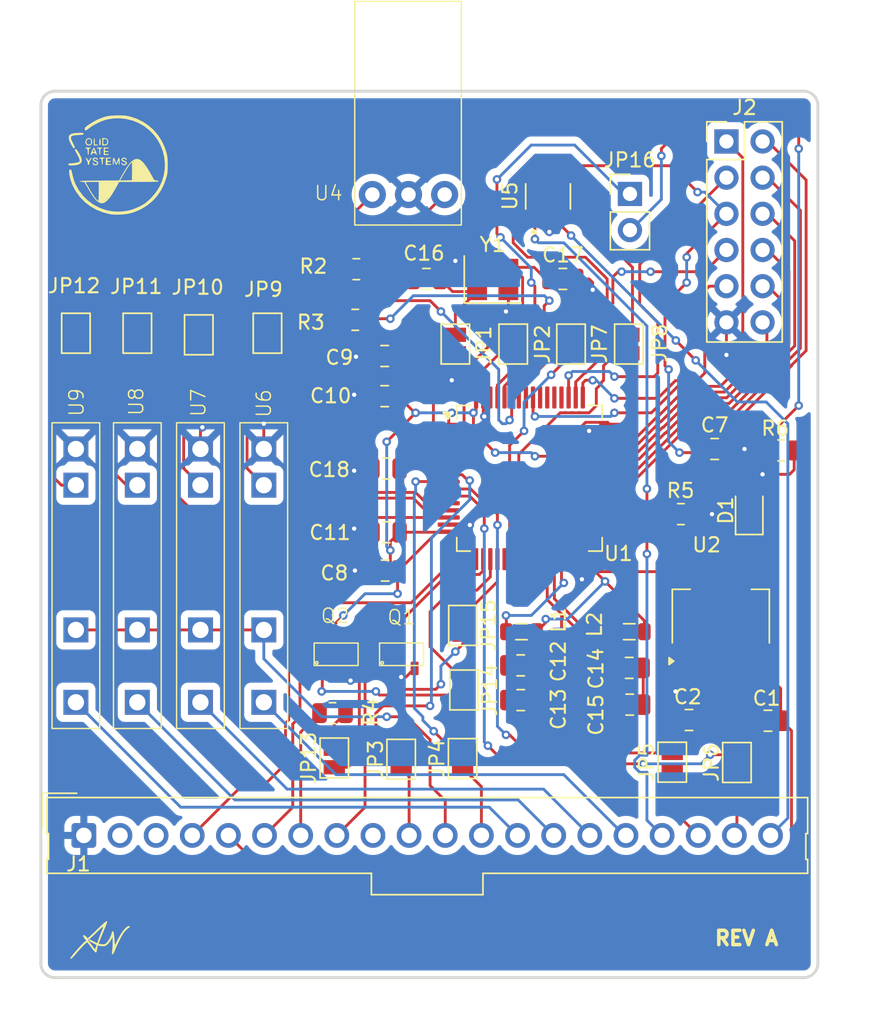
<source format=kicad_pcb>
(kicad_pcb (version 20241229) (generator "pcbnew") (generator_version "9.0")
  (layers (0 "F.Cu" signal) (2 "B.Cu" signal) (13 "F.Paste" user) (15 "B.Paste" user) (5 "F.SilkS" user "F.Silkscreen") (7 "B.SilkS" user "B.Silkscreen") (1 "F.Mask" user) (3 "B.Mask" user) (25 "Edge.Cuts" user))
  (net 0 "")
  (net 1 "+5V")
  (net 2 "GND")
  (net 3 "VDD")
  (net 4 "GNDA")
  (net 5 "VDDA")
  (net 6 "VREF+")
  (net 7 "S3")
  (net 8 "DEMAG_MOSFET")
  (net 9 "MAG_MOSFET")
  (net 10 "S1")
  (net 11 "LED_RED")
  (net 12 "ACIN2")
  (net 13 "LED_GREEN")
  (net 14 "S2")
  (net 15 "MACHINE_LED")
  (net 23 "SPRAY_TIME{slash}S5")
  (net 24 "SIG_OILER")
  (net 26 "TEMP_SENS1")
  (net 28 "AC1{slash}OVERHEAT_LED")
  (net 29 "SIG_CLAMP")
  (net 30 "SIG_SOLENOID2")
  (net 32 "TEMP_SENS2")
  (net 34 "SIG_SOLENOID1")
  (net 38 "MAG_IN")
  (net 43 "DEMAG_IN")
  (net 44 "AC3")
  (net 45 "AC4")
  (net 46 "S4")
  (net 47 "ACIN1")
  (net 48 "AC5")
  (net 49 "AC2")
  (net 50 "Net-(U4-A1)")
  (net 51 "Net-(U4-A2)")
  (net 52 "AC_COMMON")
  (net 53 "TRIGGER1")
  (net 54 "TRIGGER2")
  (net 55 "SWCLK")
  (net 56 "SWDIO")
  (net 57 "Net-(JP2-A)")
  (net 58 "Net-(JP2-B)")
  (net 60 "PC8")
  (net 61 "PC9")
  (net 62 "PA11")
  (net 63 "PA12")
  (net 64 "PC7")
  (net 65 "PA10")
  (net 66 "Net-(D1-K)")
  (net 67 "JTDO")
  (net 68 "JTDI")
  (net 69 "Net-(JP3-B)")
  (net 70 "Net-(JP4-B)")
  (net 71 "Net-(JP5-B)")
  (net 72 "Net-(JP6-B)")
  (net 73 "Net-(JP7-B)")
  (net 74 "Net-(JP8-B)")
  (net 75 "Net-(JP9-A)")
  (net 76 "Net-(JP10-A)")
  (net 77 "Net-(JP11-A)")
  (net 78 "Net-(JP12-A)")
  (net 79 "Net-(JP13-A)")
  (net 80 "Net-(JP14-A)")
  (net 81 "Net-(JP15-A)")
  (net 84 "/NRST")
  (net 85 "Net-(JP1-A)")
  (net 86 "Net-(JP16-A)")
  (net 87 "Net-(JP16-B)")
  (net 90 "Net-(JP1-B)")
  (footprint "Connector_PinHeader_2.54mm:PinHeader_1x02_P2.54mm_Vertical" (layer "F.Cu") (at 177.3682 75.311)
    (property "Reference" "JP16")
    (property "Value" "Jumper_2_Open")
  )
  (footprint "Crystal:Crystal_SMD_3225-4Pin_3.2x2.5mm" (layer "F.Cu") (at 167.724 81.3172)
    (property "Reference" "Y1")
    (property "Value" "X322524MSB4SI")
  )
  (footprint "Capacitor_SMD:C_0805_2012Metric" (layer "F.Cu") (at 172.654 81.28)
    (property "Reference" "C17")
    (property "Value" "6.8p")
  )
  (footprint "Resistor_SMD:R_0805_2012Metric" (layer "F.Cu") (at 180.9515 97.79 180)
    (property "Reference" "R5")
    (property "Value" "1K")
  )
  (footprint "Jumper:SolderJumper-2_P1.3mm_Open_Pad1.0x1.5mm" (layer "F.Cu") (at 138.43 85.09 -90)
    (property "Reference" "JP12")
    (property "Value" "SolderJumper_2_Open" (hide yes))
  )
  (footprint "Resistor_SMD:R_0805_2012Metric" (layer "F.Cu") (at 187.9975 93.3196 180)
    (property "Reference" "R6")
    (property "Value" "10k")
  )
  (footprint "Jumper:SolderJumper-2_P1.3mm_Open_Pad1.0x1.5mm" (layer "F.Cu") (at 147.066 85.202 -90)
    (property "Reference" "JP10")
    (property "Value" "SolderJumper_2_Open" (hide yes))
  )
  (footprint "Capacitor_SMD:C_0805_2012Metric" (layer "F.Cu") (at 160.2232 94.5896)
    (property "Reference" "C18")
    (property "Value" "100n")
  )
  (footprint "Project_Lib:CPC1966YX6" (layer "F.Cu") (at 142.748 93.218 -90)
    (property "Reference" "U8")
    (property "Value" "CPC1966YX6" (hide yes))
  )
  (footprint "Jumper:SolderJumper-2_P1.3mm_Open_Pad1.0x1.5mm" (layer "F.Cu") (at 165.7096 110.1344 -90)
    (property "Reference" "JP14")
    (property "Value" "SolderJumper_2_Open" (hide yes))
  )
  (footprint "Project_Lib:CPC1966YX6" (layer "F.Cu") (at 147.1832 93.218 -90)
    (property "Reference" "U7")
    (property "Value" "CPC1966YX6" (hide yes))
  )
  (footprint "LOGO" (layer "F.Cu") (at 140.16671 127.566919)
    (property "Reference" "G***" (hide yes))
    (property "Value" "LOGO" (hide yes))
  )
  (footprint "Capacitor_SMD:C_0805_2012Metric" (layer "F.Cu") (at 181.5186 112.2426 180)
    (property "Reference" "C2")
    (property "Value" "22uF")
  )
  (footprint "Capacitor_SMD:C_0805_2012Metric" (layer "F.Cu") (at 160.2334 99.06 180)
    (property "Reference" "C11")
    (property "Value" "4.7u")
  )
  (footprint "Jumper:SolderJumper-2_P1.3mm_Open_Pad1.0x1.5mm" (layer "F.Cu") (at 177.292 85.852 -90)
    (property "Reference" "JP8")
    (property "Value" "SolderJumper_2_Open")
  )
  (footprint "LOGO" (layer "F.Cu") (at 141.4018 73.279)
    (property "Reference" "G***" (hide yes))
    (property "Value" "LOGO" (hide yes))
  )
  (footprint "Capacitor_SMD:C_0805_2012Metric" (layer "F.Cu") (at 160.1318 89.5096 180)
    (property "Reference" "C10")
    (property "Value" "100n")
  )
  (footprint "Project_Lib:NTR4003NT3G" (layer "F.Cu") (at 160.0454 109.0789)
    (property "Reference" "Q1")
    (property "Value" "CPC1966YX6" (hide yes))
  )
  (footprint "Jumper:SolderJumper-2_P1.3mm_Open_Pad1.0x1.5mm" (layer "F.Cu") (at 165.608 114.95 90)
    (property "Reference" "JP4")
    (property "Value" "SolderJumper_2_Open" (hide yes))
  )
  (footprint "Capacitor_SMD:C_0805_2012Metric" (layer "F.Cu") (at 160.1318 86.6902 180)
    (property "Reference" "C9")
    (property "Value" "100n")
  )
  (footprint "Project_Lib:LTL-30EHJH96" (layer "F.Cu") (at 164.3451 75.356466 180)
    (property "Reference" "U4")
    (property "Value" "LTL-30EHJH96")
  )
  (footprint "Capacitor_SMD:C_0805_2012Metric" (layer "F.Cu") (at 187.071 112.2934 180)
    (property "Reference" "C1")
    (property "Value" "22uF")
  )
  (footprint "Package_TO_SOT_SMD:SOT-223-3_TabPin2" (layer "F.Cu") (at 183.7557 104.9782 90)
    (property "Reference" "U2")
    (property "Value" "AMS1117-3.3")
  )
  (footprint "Capacitor_SMD:C_0805_2012Metric" (layer "F.Cu") (at 177.3174 108.585)
    (property "Reference" "C14")
    (property "Value" "100n")
  )
  (footprint "Connector_PinHeader_2.54mm:PinHeader_2x06_P2.54mm_Vertical" (layer "F.Cu") (at 184.15 71.628)
    (property "Reference" "J2")
    (property "Value" "Conn_02x06_Odd_Even")
  )
  (footprint "Capacitor_SMD:C_0805_2012Metric" (layer "F.Cu") (at 169.6931 110.8456)
    (property "Reference" "C13")
    (property "Value" "1u")
  )
  (footprint "Connector_Molex:Molex_SL_171971-0020_1x20_P2.54mm_Vertical" (layer "F.Cu") (at 138.9888 120.3452)
    (property "Reference" "J1")
    (property "Value" "Conn_01x20_Pin")
  )
  (footprint "Jumper:SolderJumper-2_P1.3mm_Open_Pad1.0x1.5mm" (layer "F.Cu") (at 169.164 85.852 -90)
    (property "Reference" "JP2")
    (property "Value" "SolderJumper_2_Open")
  )
  (footprint "Inductor_SMD:L_0805_2012Metric" (layer "F.Cu") (at 169.7439 106.045)
    (property "Reference" "L1")
    (property "Value" "600R@100MHz" (hide yes))
  )
  (footprint "Resistor_SMD:R_0805_2012Metric" (layer "F.Cu") (at 158.1404 80.5942)
    (property "Reference" "R2")
    (property "Value" "1K")
  )
  (footprint "Jumper:SolderJumper-2_P1.3mm_Open_Pad1.0x1.5mm" (layer "F.Cu") (at 184.8866 115.2248 90)
    (property "Reference" "JP6")
    (property "Value" "SolderJumper_2_Open")
  )
  (footprint "LED_SMD:LED_0805_2012Metric" (layer "F.Cu") (at 185.7525 97.536 90)
    (property "Reference" "D1")
    (property "Value" "RED")
  )
  (footprint "Jumper:SolderJumper-2_P1.3mm_Open_Pad1.0x1.5mm" (layer "F.Cu") (at 156.591 114.9096 90)
    (property "Reference" "JP13")
    (property "Value" "SolderJumper_2_Open" (hide yes))
  )
  (footprint "Capacitor_SMD:C_0805_2012Metric" (layer "F.Cu") (at 183.322 93.218)
    (property "Reference" "C7")
    (property "Value" "100n")
  )
  (footprint "Jumper:SolderJumper-2_P1.3mm_Open_Pad1.0x1.5mm" (layer "F.Cu") (at 161.29 115.0008 90)
    (property "Reference" "JP3")
    (property "Value" "SolderJumper_2_Open" (hide yes))
  )
  (footprint "Capacitor_SMD:C_0805_2012Metric" (layer "F.Cu") (at 169.6931 108.4072)
    (property "Reference" "C12")
    (property "Value" "100n")
  )
  (footprint "Inductor_SMD:L_0805_2012Metric" (layer "F.Cu") (at 177.3217 106.045 180)
    (property "Reference" "L2")
    (property "Value" "600R@100MHz")
  )
  (footprint "Resistor_SMD:R_0805_2012Metric" (layer "F.Cu") (at 156.464 111.76 180)
    (property "Reference" "R4")
    (property "Value" "1K")
  )
  (footprint "Package_QFP:LQFP-64_10x10mm_P0.5mm" (layer "F.Cu") (at 170.307 95.2754)
    (property "Reference" "U1")
    (property "Value" "STM32G431RBT6")
  )
  (footprint "Jumper:SolderJumper-2_P1.3mm_Open_Pad1.0x1.5mm" (layer "F.Cu") (at 151.892 85.09 -90)
    (property "Reference" "JP9")
    (property "Value" "SolderJumper_2_Open" (hide yes))
  )
  (footprint "Jumper:SolderJumper-2_P1.3mm_Open_Pad1.0x1.5mm" (layer "F.Cu") (at 173.228 85.852 -90)
    (property "Reference" "JP7")
    (property "Value" "SolderJumper_2_Open")
  )
  (footprint "Capacitor_SMD:C_0805_2012Metric" (layer "F.Cu") (at 160.1622 101.7524 180)
    (property "Reference" "C8")
    (property "Value" "100n")
  )
  (footprint "Resistor_SMD:R_0805_2012Metric" (layer "F.Cu") (at 158.0642 84.1502 180)
    (property "Reference" "R3")
    (property "Value" "1K")
  )
  (footprint "Project_Lib:NTR4003NT3G" (layer "F.Cu") (at 155.448 109.0789)
    (property "Reference" "Q2")
    (property "Value" "NTR4003NT3G" (hide yes))
  )
  (footprint "Jumper:SolderJumper-2_P1.3mm_Open_Pad1.0x1.5mm" (layer "F.Cu") (at 180.34 115.204 90)
    (property "Reference" "JP5")
    (property "Value" "SolderJumper_2_Open")
  )
  (footprint "Jumper:SolderJumper-2_P1.3mm_Open_Pad1.0x1.5mm" (layer "F.Cu") (at 142.748 85.09 -90)
    (property "Reference" "JP11")
    (property "Value" "SolderJumper_2_Open" (hide yes))
  )
  (footprint "Project_Lib:MAX6817EUT_T" (layer "F.Cu") (at 171.6126 75.4884 90)
    (property "Reference" "U5")
    (property "Value" "MAX6817EUT_T")
  )
  (footprint "Capacitor_SMD:C_0805_2012Metric" (layer "F.Cu") (at 163.068 81.28 180)
    (property "Reference" "C16")
    (property "Value" "6.8p")
  )
  (footprint "Jumper:SolderJumper-2_P1.3mm_Open_Pad1.0x1.5mm" (layer "F.Cu") (at 165.1 85.852 90)
    (property "Reference" "JP1")
    (property "Value" "SolderJumper_2_Open" (hide yes))
  )
  (footprint "Jumper:SolderJumper-2_P1.3mm_Open_Pad1.0x1.5mm" (layer "F.Cu") (at 165.6334 105.6028 -90)
    (property "Reference" "JP15")
    (property "Value" "SolderJumper_2_Open" (hide yes))
  )
  (footprint "Project_Lib:CPC1966YX6" (layer "F.Cu") (at 151.636 93.218 -90)
    (property "Reference" "U6")
    (property "Value" "CPC1966YX6" (hide yes))
  )
  (footprint "Project_Lib:CPC1966YX6" (layer "F.Cu") (at 138.43 93.218 -90)
    (property "Reference" "U9")
    (property "Value" "CPC1966YX6" (hide yes))
  )
  (footprint "Capacitor_SMD:C_0805_2012Metric" (layer "F.Cu") (at 177.353 111.1632)
    (property "Reference" "C15")
    (property "Value" "1u")
  )
  (gr_line (start 136.9662 68.0974) (end 189.5762 68.0974) (stroke (width 0.2)) (layer "Edge.Cuts"))
  (gr_arc (start 135.9662 69.0974) (mid 136.259093 68.390293) (end 136.9662 68.0974) (stroke (width 0.2)) (layer "Edge.Cuts"))
  (gr_line (start 190.5762 69.0974) (end 190.5762 129.3274) (stroke (width 0.2)) (layer "Edge.Cuts"))
  (gr_line (start 189.5762 130.3274) (end 136.9662 130.3274) (stroke (width 0.2)) (layer "Edge.Cuts"))
  (gr_line (start 135.9662 129.3274) (end 135.9662 69.0974) (stroke (width 0.2)) (layer "Edge.Cuts"))
  (gr_arc (start 189.5762 68.0974) (mid 190.283307 68.390293) (end 190.5762 69.0974) (stroke (width 0.2)) (layer "Edge.Cuts"))
  (gr_arc (start 136.9662 130.3274) (mid 136.259093 130.034507) (end 135.9662 129.3274) (stroke (width 0.2)) (layer "Edge.Cuts"))
  (gr_arc (start 190.5762 129.3274) (mid 190.283307 130.034507) (end 189.5762 130.3274) (stroke (width 0.2)) (layer "Edge.Cuts"))
  (gr_text "REV A" (at 183.2102 128.143 0) (layer "F.SilkS") (effects (font (size 1 1) (thickness 0.25) (bold yes)) (justify left bottom)))
  (segment (start 151.2316 122.428) (end 187.706 122.428) (width 0.2) (layer "F.Cu") (net 1))
  (segment (start 149.1488 120.3452) (end 151.2316 122.428) (width 0.2) (layer "F.Cu") (net 1))
  (segment (start 186.0557 108.1282) (end 187.96 110.0325) (width 0.2) (layer "F.Cu") (net 1))
  (segment (start 187.96 110.0325) (end 187.96 112.2324) (width 0.2) (layer "F.Cu") (net 1))
  (segment (start 187.96 112.2324) (end 188.021 112.2934) (width 0.2) (layer "F.Cu") (net 1))
  (segment (start 188.722 112.9944) (end 188.021 112.2934) (width 0.2) (layer "F.Cu") (net 1))
  (segment (start 188.722 121.412) (end 188.722 112.9944) (width 0.2) (layer "F.Cu") (net 1))
  (segment (start 187.706 122.428) (end 188.722 121.412) (width 0.2) (layer "F.Cu") (net 1))
  (segment (start 158.1658 86.6902) (end 158.115 86.741) (width 0.2) (layer "F.Cu") (net 2))
  (segment (start 159.0294 98.806) (end 159.2834 99.06) (width 0.2) (layer "F.Cu") (net 2))
  (segment (start 174.752 81.534) (end 174.498 81.28) (width 0.2) (layer "F.Cu") (net 2))
  (segment (start 171.6126 76.7334) (end 171.6126 77.8866) (width 0.2) (layer "F.Cu") (net 2))
  (segment (start 171.6126 77.8866) (end 171.704 77.978) (width 0.2) (layer "F.Cu") (net 2))
  (segment (start 151.636 93.218) (end 151.636 91.442) (width 0.2) (layer "F.Cu") (net 2))
  (segment (start 185.1304 113.284) (end 181.61 113.284) (width 0.2) (layer "F.Cu") (net 2))
  (segment (start 147.1832 93.218) (end 147.1832 91.8308) (width 0.2) (layer "F.Cu") (net 2))
  (segment (start 168.824 82.1672) (end 168.824 83.398) (width 0.2) (layer "F.Cu") (net 2))
  (segment (start 186.69 94.996) (end 188.59 94.996) (width 0.2) (layer "F.Cu") (net 2))
  (segment (start 164.632 98.5254) (end 164.6586 98.552) (width 0.2) (layer "F.Cu") (net 2))
  (segment (start 167.057 89.6004) (end 167.057 90.857) (width 0.2) (layer "F.Cu") (net 2))
  (segment (start 167.894 83.566) (end 168.656 83.566) (width 0.2) (layer "F.Cu") (net 2))
  (segment (start 166.624 80.4672) (end 165.5572 80.4672) (width 0.2) (layer "F.Cu") (net 2))
  (segment (start 167.057 90.857) (end 167.132 90.932) (width 0.2) (layer "F.Cu") (net 2))
  (segment (start 163.388 80.01) (end 165.1 80.01) (width 0.2) (layer "F.Cu") (net 2))
  (segment (start 161.29 109.22) (end 161.6343 109.22) (width 0.2) (layer "F.Cu") (net 2))
  (segment (start 164.6586 98.552) (end 166.116 98.552) (width 0.2) (layer "F.Cu") (net 2))
  (segment (start 188.91 94.676) (end 188.91 93.3196) (width 0.2) (layer "F.Cu") (net 2))
  (segment (start 186.121 112.2934) (end 185.1304 113.284) (width 0.2) (layer "F.Cu") (net 2))
  (segment (start 180.5686 109.0153) (end 181.4557 108.1282) (width 0.2) (layer "F.Cu") (net 2))
  (segment (start 180.5686 112.2426) (end 180.5686 110.236) (width 0.2) (layer "F.Cu") (net 2))
  (segment (start 181.61 113.284) (end 180.5686 112.2426) (width 0.2) (layer "F.Cu") (net 2))
  (segment (start 165.5572 80.4672) (end 165.1 80.01) (width 0.2) (layer "F.Cu") (net 2))
  (segment (start 167.386 86.068) (end 167.386 84.074) (width 0.2) (layer "F.Cu") (net 2))
  (segment (start 184.15 86.614) (end 184.15 84.328) (width 0.2) (layer "F.Cu") (net 2))
  (segment (start 151.636 91.442) (end 151.638 91.44) (width 0.2) (layer "F.Cu") (net 2))
  (segment (start 174.498 81.28) (end 173.604 81.28) (width 0.2) (layer "F.Cu") (net 2))
  (segment (start 164.846 88.392) (end 165.062 88.392) (width 0.2) (layer "F.Cu") (net 2))
  (segment (start 184.272 93.218) (end 185.42 93.218) (width 0.2) (layer "F.Cu") (net 2))
  (segment (start 175.982 92.0254) (end 174.5754 92.0254) (width 0.2) (layer "F.Cu") (net 2))
  (segment (start 147.1832 91.8308) (end 147.32 91.694) (width 0.2) (layer "F.Cu") (net 2))
  (segment (start 181.864 97.79) (end 183.134 97.79) (width 0.2) (layer "F.Cu") (net 2))
  (segment (start 162.118 81.28) (end 163.388 80.01) (width 0.2) (layer "F.Cu") (net 2))
  (segment (start 158.1404 94.5896) (end 157.988 94.742) (width 0.2) (layer "F.Cu") (net 2))
  (segment (start 159.2732 94.5896) (end 158.1404 94.5896) (width 0.2) (layer "F.Cu") (net 2))
  (segment (start 161.6343 109.22) (end 162.2354 108.6189) (width 0.2) (layer "F.Cu") (net 2))
  (segment (start 165.062 88.392) (end 167.386 86.068) (width 0.2) (layer "F.Cu") (net 2))
  (segment (start 157.638 108.6189) (end 157.638 109.378) (width 0.2) (layer "F.Cu") (net 2))
  (segment (start 188.59 94.996) (end 188.91 94.676) (width 0.2) (layer "F.Cu") (net 2))
  (segment (start 159.1818 89.5096) (end 158.0896 89.5096) (width 0.2) (layer "F.Cu") (net 2))
  (segment (start 159.1818 86.6902) (end 158.1658 86.6902) (width 0.2) (layer "F.Cu") (net 2))
  (segment (start 174.752 82.042) (end 174.752 81.534) (width 0.2) (layer "F.Cu") (net 2))
  (segment (start 174.5754 92.0254) (end 174.498 91.948) (width 0.2) (layer "F.Cu") (net 2))
  (segment (start 173.557 101.929) (end 173.99 102.362) (width 0.2) (layer "F.Cu") (net 2))
  (segment (start 167.386 84.074) (end 167.894 83.566) (width 0.2) (layer "F.Cu") (net 2))
  (segment (start 157.638 109.378) (end 157.734 109.474) (width 0.2) (layer "F.Cu") (net 2))
  (segment (start 173.557 100.9504) (end 173.557 101.929) (width 0.2) (layer "F.Cu") (net 2))
  (segment (start 157.988 98.806) (end 159.0294 98.806) (width 0.2) (layer "F.Cu") (net 2))
  (segment (start 159.2122 101.7524) (end 158.0388 101.7524) (width 0.2) (layer "F.Cu") (net 2))
  (segment (start 158.0896 89.5096) (end 157.988 89.408) (width 0.2) (layer "F.Cu") (net 2))
  (segment (start 180.5686 110.236) (end 180.5686 109.0153) (width 0.2) (layer "F.Cu") (net 2))
  (segment (start 168.824 83.398) (end 168.656 83.566) (width 0.2) (layer "F.Cu") (net 2))
  (via (at 151.638 91.44) (size 0.6) (drill 0.3) (layers "F.Cu" "B.Cu") (net 2))
  (via (at 158.0388 101.7524) (size 0.6) (drill 0.3) (layers "F.Cu" "B.Cu") (net 2))
  (via (at 186.69 94.996) (size 0.6) (drill 0.3) (layers "F.Cu" "B.Cu") (net 2))
  (via (at 158.115 86.741) (size 0.6) (drill 0.3) (layers "F.Cu" "B.Cu") (net 2))
  (via (at 183.134 97.79) (size 0.6) (drill 0.3) (layers "F.Cu" "B.Cu") (net 2))
  (via (at 161.29 109.22) (size 0.6) (drill 0.3) (layers "F.Cu" "B.Cu") (net 2))
  (via (at 171.704 77.978) (size 0.6) (drill 0.3) (layers "F.Cu" "B.Cu") (net 2))
  (via (at 184.15 86.614) (size 0.6) (drill 0.3) (layers "F.Cu" "B.Cu") (net 2))
  (via (at 157.988 98.806) (size 0.6) (drill 0.3) (layers "F.Cu" "B.Cu") (net 2))
  (via (at 173.99 102.362) (size 0.6) (drill 0.3) (layers "F.Cu" "B.Cu") (net 2))
  (via (at 157.988 94.742) (size 0.6) (drill 0.3) (layers "F.Cu" "B.Cu") (net 2))
  (via (at 157.734 109.474) (size 0.6) (drill 0.3) (layers "F.Cu" "B.Cu") (net 2))
  (via (at 165.1 80.01) (size 0.6) (drill 0.3) (layers "F.Cu" "B.Cu") (net 2))
  (via (at 157.988 89.408) (size 0.6) (drill 0.3) (layers "F.Cu" "B.Cu") (net 2))
  (via (at 180.5686 110.236) (size 0.6) (drill 0.3) (layers "F.Cu" "B.Cu") (net 2))
  (via (at 147.32 91.694) (size 0.6) (drill 0.3) (layers "F.Cu" "B.Cu") (net 2))
  (via (at 185.42 93.218) (size 0.6) (drill 0.3) (layers "F.Cu" "B.Cu") (net 2))
  (via (at 167.132 90.932) (size 0.6) (drill 0.3) (layers "F.Cu" "B.Cu") (net 2))
  (via (at 174.498 91.948) (size 0.6) (drill 0.3) (layers "F.Cu" "B.Cu") (net 2))
  (via (at 164.846 88.392) (size 0.6) (drill 0.3) (layers "F.Cu" "B.Cu") (net 2))
  (via (at 166.116 98.552) (size 0.6) (drill 0.3) (layers "F.Cu" "B.Cu") (net 2))
  (via (at 168.656 83.566) (size 0.6) (drill 0.3) (layers "F.Cu" "B.Cu") (net 2))
  (via (at 174.752 82.042) (size 0.6) (drill 0.3) (layers "F.Cu" "B.Cu") (net 2))
  (segment (start 182.372 93.218) (end 182.372 94.488) (width 0.2) (layer "F.Cu") (net 3))
  (segment (start 171.45 105.4014) (end 171.45 105.156) (width 0.2) (layer "F.Cu") (net 3))
  (segment (start 156.718 105.4251) (end 156.718 105.41) (width 0.2) (layer "F.Cu") (net 3))
  (segment (start 164.5974 99.06) (end 164.632 99.0254) (width 0.2) (layer "F.Cu") (net 3))
  (segment (start 153.38645 112.23845) (end 153.38645 108.75665) (width 0.2) (layer "F.Cu") (net 3))
  (segment (start 161.1122 101.7524) (end 163.8392 99.0254) (width 0.2) (layer "F.Cu") (net 3))
  (segment (start 182.4686 112.2426) (end 182.4686 109.4153) (width 0.2) (layer "F.Cu") (net 3))
  (segment (start 183.7557 108.1282) (end 183.7557 101.8282) (width 0.2) (layer "F.Cu") (net 3))
  (segment (start 153.162 112.4629) (end 153.38645 112.23845) (width 0.2) (layer "F.Cu") (net 3))
  (segment (start 163.8392 99.0254) (end 164.632 99.0254) (width 0.2) (layer "F.Cu") (net 3))
  (segment (start 166.37 91.948) (end 167.894 93.472) (width 0.2) (layer "F.Cu") (net 3))
  (segment (start 175.982 91.5254) (end 175.8036 91.347) (width 0.2) (layer "F.Cu") (net 3))
  (segment (start 174.4753 101.3687) (end 174.057 100.9504) (width 0.2) (layer "F.Cu") (net 3))
  (segment (start 181.356 79.756) (end 181.356 80.01) (width 0.2) (layer "F.Cu") (net 3))
  (segment (start 164.632 91.5254) (end 164.632 90.892) (width 0.2) (layer "F.Cu") (net 3))
  (segment (start 185.7525 96.5985) (end 184.4825 96.5985) (width 0.2) (layer "F.Cu") (net 3))
  (segment (start 186.5145 96.5985) (end 185.7525 96.5985) (width 0.2) (layer "F.Cu") (net 3))
  (segment (start 178.3842 105.2776) (end 175.6183 102.5117) (width 0.2) (layer "F.Cu") (net 3))
  (segment (start 184.4825 96.5985) (end 182.372 94.488) (width 0.2) (layer "F.Cu") (net 3))
  (segment (start 162.2502 90.678) (end 162.306 90.678) (width 0.2) (layer "F.Cu") (net 3))
  (segment (start 150.368 116.586) (end 151.892 116.586) (width 0.2) (layer "F.Cu") (net 3))
  (segment (start 153.162 115.316) (end 153.162 112.4629) (width 0.2) (layer "F.Cu") (net 3))
  (segment (start 174.249057 91.347) (end 173.819028 91.777028) (width 0.2) (layer "F.Cu") (net 3))
  (segment (start 160.528 99.7154) (end 161.1834 99.06) (width 0.2) (layer "F.Cu") (net 3))
  (segment (start 164.632 90.892) (end 164.846 90.678) (width 0.2) (layer "F.Cu") (net 3))
  (segment (start 182.118 93.472) (end 182.372 93.218) (width 0.2) (layer "F.Cu") (net 3))
  (segment (start 173.789824 99.8744) (end 174.057 100.141576) (width 0.2) (layer "F.Cu") (net 3))
  (segment (start 161.036 103.378) (end 161.036 101.8286) (width 0.2) (layer "F.Cu") (net 3))
  (segment (start 180.848 93.472) (end 182.118 93.472) (width 0.2) (layer "F.Cu") (net 3))
  (segment (start 171.870056 93.726) (end 173.819028 91.777028) (width 0.2) (layer "F.Cu") (net 3))
  (segment (start 160.528 101.1682) (end 161.1122 101.7524) (width 0.2) (layer "F.Cu") (net 3))
  (segment (start 171.6126 73.941432) (end 171.6126 74.2434) (width 0.2) (layer "F.Cu") (net 3))
  (segment (start 160.528 100.33) (end 160.528 101.1682) (width 0.2) (layer "F.Cu") (net 3))
  (segment (start 179.832 87.376) (end 180.086 87.63) (width 0.2) (layer "F.Cu") (net 3))
  (segment (start 185.6998 101.8282) (end 187.198 100.33) (width 0.2) (layer "F.Cu") (net 3))
  (segment (start 166.557 89.6004) (end 166.557 90.491) (width 0.2) (layer "F.Cu") (net 3))
  (segment (start 178.3842 106.045) (end 178.3842 105.2776) (width 0.2) (layer "F.Cu") (net 3))
  (segment (start 183.7557 101.8282) (end 174.9348 101.8282) (width 0.2) (layer "F.Cu") (net 3))
  (segment (start 166.557 90.491) (end 166.37 90.678) (width 0.2) (layer "F.Cu") (net 3))
  (segment (start 161.0818 86.6902) (end 161.0818 89.5096) (width 0.2) (layer "F.Cu") (net 3))
  (segment (start 156.718 105.41) (end 157.226 104.902) (width 0.2) (layer "F.Cu") (net 3))
  (segment (start 161.1834 99.06) (end 164.5974 99.06) (width 0.2) (layer "F.Cu") (net 3))
  (segment (start 172.221632 73.3324) (end 171.6126 73.941432) (width 0.2) (layer "F.Cu") (net 3))
  (segment (start 151.892 116.586) (end 153.162 115.316) (width 0.2) (layer "F.Cu") (net 3))
  (segment (start 183.7557 101.8282) (end 185.6998 101.8282) (width 0.2) (layer "F.Cu") (net 3))
  (segment (start 160.528 100.33) (end 160.528 99.7154) (width 0.2) (layer "F.Cu") (net 3))
  (segment (start 181.356 79.502) (end 181.356 79.756) (width 0.2) (layer "F.Cu") (net 3))
  (segment (start 184.15 76.708) (end 181.356 79.502) (width 0.2) (layer "F.Cu") (net 3))
  (segment (start 174.057 100.141576) (end 174.057 100.9504) (width 0.2) (layer "F.Cu") (net 3))
  (segment (start 173.789824 91.806233) (end 173.789824 99.8744) (width 0.2) (layer "F.Cu") (net 3))
  (segment (start 180.2664 73.3324) (end 172.221632 73.3324) (width 0.2) (layer "F.Cu") (net 3))
  (segment (start 153.38645 108.75665) (end 156.718 105.4251) (width 0.2) (layer "F.Cu") (net 3))
  (segment (start 182.118 75.184) (end 180.2664 73.3324) (width 0.2) (layer "F.Cu") (net 3))
  (segment (start 175.6183 102.5117) (end 174.4753 101.3687) (width 0.2) (layer "F.Cu") (net 3))
  (segment (start 170.8064 106.045) (end 171.45 105.4014) (width 0.2) (layer "F.Cu") (net 3))
  (segment (start 166.37 90.678) (end 166.37 91.948) (width 0.2) (layer "F.Cu") (net 3))
  (segment (start 173.819028 91.777028) (end 173.789824 91.806233) (width 0.2) (layer "F.Cu") (net 3))
  (segment (start 146.6088 120.3452) (end 150.368 116.586) (width 0.2) (layer "F.Cu") (net 3))
  (segment (start 181.356 81.534) (end 179.832 83.058) (width 0.2) (layer "F.Cu") (net 3))
  (segment (start 182.4686 109.4153) (end 183.7557 108.1282) (width 0.2) (layer "F.Cu") (net 3))
  (segment (start 175.8036 91.347) (end 174.249057 91.347) (width 0.2) (layer "F.Cu") (net 3))
  (segment (start 161.036 101.8286) (end 161.1122 101.7524) (width 0.2) (layer "F.Cu") (net 3))
  (segment (start 174.9348 101.8282) (end 174.4753 101.3687) (width 0.2) (layer "F.Cu") (net 3))
  (segment (start 179.832 83.058) (end 179.832 87.376) (width 0.2) (layer "F.Cu") (net 3))
  (segment (start 162.306 90.678) (end 160.274 92.71) (width 0.2) (layer "F.Cu") (net 3))
  (segment (start 170.688 93.726) (end 171.870056 93.726) (width 0.2) (layer "F.Cu") (net 3))
  (segment (start 187.198 100.33) (end 187.198 97.282) (width 0.2) (layer "F.Cu") (net 3))
  (segment (start 187.198 97.282) (end 186.5145 96.5985) (width 0.2) (layer "F.Cu") (net 3))
  (segment (start 161.0818 89.5096) (end 162.2502 90.678) (width 0.2) (layer "F.Cu") (net 3))
  (via (at 160.528 100.33) (size 0.6) (drill 0.3) (layers "F.Cu" "B.Cu") (net 3))
  (via (at 181.356 81.534) (size 0.6) (drill 0.3) (layers "F.Cu" "B.Cu") (net 3))
  (via (at 175.6183 102.5117) (size 0.6) (drill 0.3) (layers "F.Cu" "B.Cu") (net 3))
  (via (at 180.086 87.63) (size 0.6) (drill 0.3) (layers "F.Cu" "B.Cu") (net 3))
  (via (at 171.45 105.156) (size 0.6) (drill 0.3) (layers "F.Cu" "B.Cu") (net 3))
  (via (at 162.306 90.678) (size 0.6) (drill 0.3) (layers "F.Cu" "B.Cu") (net 3))
  (via (at 161.036 103.378) (size 0.6) (drill 0.3) (layers "F.Cu" "B.Cu") (net 3))
  (via (at 160.274 92.71) (size 0.6) (drill 0.3) (layers "F.Cu" "B.Cu") (net 3))
  (via (at 170.688 93.726) (size 0.6) (drill 0.3) (layers "F.Cu" "B.Cu") (net 3))
  (via (at 167.894 93.472) (size 0.6) (drill 0.3) (layers "F.Cu" "B.Cu") (net 3))
  (via (at 180.848 93.472) (size 0.6) (drill 0.3) (layers "F.Cu" "B.Cu") (net 3))
  (via (at 157.226 104.902) (size 0.6) (drill 0.3) (layers "F.Cu" "B.Cu") (net 3))
  (via (at 182.118 75.184) (size 0.6) (drill 0.3) (layers "F.Cu" "B.Cu") (net 3))
  (via (at 164.846 90.678) (size 0.6) (drill 0.3) (layers "F.Cu" "B.Cu") (net 3))
  (via (at 181.356 79.756) (size 0.6) (drill 0.3) (layers "F.Cu" "B.Cu") (net 3))
  (via (at 166.37 90.678) (size 0.6) (drill 0.3) (layers "F.Cu" "B.Cu") (net 3))
  (segment (start 160.274 92.71) (end 160.274 100.076) (width 0.2) (layer "B.Cu") (net 3))
  (segment (start 180.086 92.71) (end 180.848 93.472) (width 0.2) (layer "B.Cu") (net 3))
  (segment (start 171.45 105.156) (end 172.974 105.156) (width 0.2) (layer "B.Cu") (net 3))
  (segment (start 166.37 90.678) (end 164.846 90.678) (width 0.2) (layer "B.Cu") (net 3))
  (segment (start 167.894 93.472) (end 170.434 93.472) (width 0.2) (layer "B.Cu") (net 3))
  (segment (start 157.226 104.902) (end 158.75 103.378) (width 0.2) (layer "B.Cu") (net 3))
  (segment (start 158.75 103.378) (end 161.036 103.378) (width 0.2) (layer "B.Cu") (net 3))
  (segment (start 180.086 87.63) (end 180.086 92.71) (width 0.2) (layer "B.Cu") (net 3))
  (segment (start 181.356 79.756) (end 181.356 81.534) (width 0.2) (layer "B.Cu") (net 3))
  (segment (start 162.306 90.678) (end 164.846 90.678) (width 0.2) (layer "B.Cu") (net 3))
  (segment (start 182.626 75.184) (end 184.15 76.708) (width 0.2) (layer "B.Cu") (net 3))
  (segment (start 182.118 75.184) (end 182.626 75.184) (width 0.2) (layer "B.Cu") (net 3))
  (segment (start 160.274 100.076) (end 160.528 100.33) (width 0.2) (layer "B.Cu") (net 3))
  (segment (start 170.434 93.472) (end 170.688 93.726) (width 0.2) (layer "B.Cu") (net 3))
  (segment (start 172.974 105.156) (end 175.6183 102.5117) (width 0.2) (layer "B.Cu") (net 3))
  (segment (start 176.9442 112.522) (end 176.022 112.522) (width 0.2) (layer "F.Cu") (net 4))
  (segment (start 172.56345 106.48685) (end 172.56345 104.80455) (width 0.2) (layer "F.Cu") (net 4))
  (segment (start 178.303 111.1632) (end 176.9442 112.522) (width 0.2) (layer "F.Cu") (net 4))
  (segment (start 170.6431 108.4072) (end 172.56345 106.48685) (width 0.2) (layer "F.Cu") (net 4))
  (segment (start 172.56345 104.80455) (end 171.557 103.7981) (width 0.2) (layer "F.Cu") (net 4))
  (segment (start 175.3179 107.559) (end 172.56345 104.80455) (width 0.2) (layer "F.Cu") (net 4))
  (segment (start 175.3179 111.8179) (end 175.3179 107.559) (width 0.2) (layer "F.Cu") (net 4))
  (segment (start 178.303 111.1632) (end 178.303 108.6206) (width 0.2) (layer "F.Cu") (net 4))
  (segment (start 170.6431 110.8456) (end 170.6431 108.4072) (width 0.2) (layer "F.Cu") (net 4))
  (segment (start 178.303 108.6206) (end 178.2674 108.585) (width 0.2) (layer "F.Cu") (net 4))
  (segment (start 176.022 112.522) (end 175.3179 111.8179) (width 0.2) (layer "F.Cu") (net 4))
  (segment (start 171.557 103.7981) (end 171.557 100.9504) (width 0.2) (layer "F.Cu") (net 4))
  (segment (start 168.7431 110.8456) (end 168.7431 108.4072) (width 0.2) (layer "F.Cu") (net 5))
  (segment (start 168.7431 108.4072) (end 168.7431 106.1067) (width 0.2) (layer "F.Cu") (net 5))
  (segment (start 172.557 102.453) (end 172.72 102.616) (width 0.2) (layer "F.Cu") (net 5))
  (segment (start 168.7431 106.1067) (end 168.6814 106.045) (width 0.2) (layer "F.Cu") (net 5))
  (segment (start 168.6814 104.9274) (end 168.656 104.902) (width 0.2) (layer "F.Cu") (net 5))
  (segment (start 172.557 100.9504) (end 172.557 102.453) (width 0.2) (layer "F.Cu") (net 5))
  (segment (start 168.6814 106.045) (end 168.6814 104.9274) (width 0.2) (layer "F.Cu") (net 5))
  (via (at 172.72 102.616) (size 0.6) (drill 0.3) (layers "F.Cu" "B.Cu") (net 5))
  (via (at 168.656 104.902) (size 0.6) (drill 0.3) (layers "F.Cu" "B.Cu") (net 5))
  (segment (start 170.434 104.902) (end 168.656 104.902) (width 0.2) (layer "B.Cu") (net 5))
  (segment (start 172.72 102.616) (end 170.434 104.902) (width 0.2) (layer "B.Cu") (net 5))
  (segment (start 174.371 106.045) (end 176.2592 106.045) (width 0.2) (layer "F.Cu") (net 6))
  (segment (start 176.3674 108.585) (end 176.3674 106.1532) (width 0.2) (layer "F.Cu") (net 6))
  (segment (start 172.057 103.731) (end 174.371 106.045) (width 0.2) (layer "F.Cu") (net 6))
  (segment (start 176.3674 106.1532) (end 176.2592 106.045) (width 0.2) (layer "F.Cu") (net 6))
  (segment (start 176.403 108.6206) (end 176.3674 108.585) (width 0.2) (layer "F.Cu") (net 6))
  (segment (start 172.057 100.9504) (end 172.057 103.731) (width 0.2) (layer "F.Cu") (net 6))
  (segment (start 176.403 111.1632) (end 176.403 108.6206) (width 0.2) (layer "F.Cu") (net 6))
  (segment (start 158.75 109.0505) (end 161.2116 106.5889) (width 0.2) (layer "F.Cu") (net 7))
  (segment (start 161.2116 106.5889) (end 161.2854 106.5889) (width 0.2) (layer "F.Cu") (net 7))
  (segment (start 156.7688 120.3452) (end 158.75 118.364) (width 0.2) (layer "F.Cu") (net 7))
  (segment (start 158.75 118.364) (end 158.75 109.0505) (width 0.2) (layer "F.Cu") (net 7))
  (segment (start 165.6334 106.9086) (end 165.1 107.442) (width 0.2) (layer "F.Cu") (net 8))
  (segment (start 165.6334 106.2528) (end 165.6334 106.9086) (width 0.2) (layer "F.Cu") (net 8))
  (segment (start 160.889 110.089) (end 160.3454 109.5454) (width 0.2) (layer "F.Cu") (net 8))
  (segment (start 164.084 109.728) (end 163.723 110.089) (width 0.2) (layer "F.Cu") (net 8))
  (segment (start 160.3454 109.5454) (end 160.3454 108.5889) (width 0.2) (layer "F.Cu") (net 8))
  (segment (start 163.723 110.089) (end 160.889 110.089) (width 0.2) (layer "F.Cu") (net 8))
  (via (at 165.1 107.442) (size 0.6) (drill 0.3) (layers "F.Cu" "B.Cu") (net 8))
  (via (at 164.084 109.728) (size 0.6) (drill 0.3) (layers "F.Cu" "B.Cu") (net 8))
  (segment (start 164.084 109.728) (end 164.084 108.458) (width 0.2) (layer "B.Cu") (net 8))
  (segment (start 164.084 108.458) (end 165.1 107.442) (width 0.2) (layer "B.Cu") (net 8))
  (segment (start 165.4152 110.49) (end 159.766 110.49) (width 0.2) (layer "F.Cu") (net 9))
  (segment (start 155.748 110.19) (end 155.748 108.5889) (width 0.2) (layer "F.Cu") (net 9))
  (segment (start 165.7096 110.7844) (end 165.4152 110.49) (width 0.2) (layer "F.Cu") (net 9))
  (segment (start 159.766 110.49) (end 159.512 110.236) (width 0.2) (layer "F.Cu") (net 9))
  (segment (start 155.702 110.236) (end 155.748 110.19) (width 0.2) (layer "F.Cu") (net 9))
  (via (at 155.702 110.236) (size 0.6) (drill 0.3) (layers "F.Cu" "B.Cu") (net 9))
  (via (at 159.512 110.236) (size 0.6) (drill 0.3) (layers "F.Cu" "B.Cu") (net 9))
  (segment (start 159.512 110.236) (end 155.702 110.236) (width 0.2) (layer "B.Cu") (net 9))
  (segment (start 154.178 112.014) (end 154.178 108.818901) (width 0.2) (layer "F.Cu") (net 10))
  (segment (start 153.67 118.364) (end 151.6888 120.3452) (width 0.2) (layer "F.Cu") (net 10))
  (segment (start 156.408001 106.5889) (end 156.688 106.5889) (width 0.2) (layer "F.Cu") (net 10))
  (segment (start 154.178 112.014) (end 153.67 112.522) (width 0.2) (layer "F.Cu") (net 10))
  (segment (start 153.67 112.522) (end 153.67 118.364) (width 0.2) (layer "F.Cu") (net 10))
  (segment (start 154.178 108.818901) (end 156.408001 106.5889) (width 0.2) (layer "F.Cu") (net 10))
  (segment (start 163.322 82.804) (end 164.084 83.566) (width 0.2) (layer "F.Cu") (net 11))
  (segment (start 159.4377 82.804) (end 163.322 82.804) (width 0.2) (layer "F.Cu") (net 11))
  (segment (start 168.91 91.186) (end 169.057 91.039) (width 0.2) (layer "F.Cu") (net 11))
  (segment (start 157.2279 80.5942) (end 159.4377 82.804) (width 0.2) (layer "F.Cu") (net 11))
  (segment (start 169.057 91.039) (end 169.057 89.6004) (width 0.2) (layer "F.Cu") (net 11))
  (via (at 168.91 91.186) (size 0.6) (drill 0.3) (layers "F.Cu" "B.Cu") (net 11))
  (via (at 164.084 83.566) (size 0.6) (drill 0.3) (layers "F.Cu" "B.Cu") (net 11))
  (segment (start 164.084 83.566) (end 168.148 87.63) (width 0.2) (layer "B.Cu") (net 11))
  (segment (start 168.402 91.44) (end 168.656 91.44) (width 0.2) (layer "B.Cu") (net 11))
  (segment (start 168.148 91.186) (end 168.402 91.44) (width 0.2) (layer "B.Cu") (net 11))
  (segment (start 168.148 87.63) (end 168.148 91.186) (width 0.2) (layer "B.Cu") (net 11))
  (segment (start 168.656 91.44) (end 168.91 91.186) (width 0.2) (layer "B.Cu") (net 11))
  (segment (start 171.343 87.2881) (end 171.343 83.165) (width 0.2) (layer "F.Cu") (net 13))
  (segment (start 159.0529 84.074) (end 158.9767 84.1502) (width 0.2) (layer "F.Cu") (net 13))
  (segment (start 170.37565 88.25545) (end 171.343 87.2881) (width 0.2) (layer "F.Cu") (net 13))
  (segment (start 171.343 83.165) (end 171.704 82.804) (width 0.2) (layer "F.Cu") (net 13))
  (segment (start 169.093126 88.25545) (end 170.37565 88.25545) (width 0.2) (layer "F.Cu") (net 13))
  (segment (start 160.528 84.074) (end 159.0529 84.074) (width 0.2) (layer "F.Cu") (net 13))
  (segment (start 168.557 88.791576) (end 169.093126 88.25545) (width 0.2) (layer "F.Cu") (net 13))
  (segment (start 168.557 89.6004) (end 168.557 88.791576) (width 0.2) (layer "F.Cu") (net 13))
  (via (at 171.704 82.804) (size 0.6) (drill 0.3) (layers "F.Cu" "B.Cu") (net 13))
  (via (at 160.528 84.074) (size 0.6) (drill 0.3) (layers "F.Cu" "B.Cu") (net 13))
  (segment (start 171.357 82.457) (end 162.145 82.457) (width 0.2) (layer "B.Cu") (net 13))
  (segment (start 162.145 82.457) (end 160.528 84.074) (width 0.2) (layer "B.Cu") (net 13))
  (segment (start 171.704 82.804) (end 171.357 82.457) (width 0.2) (layer "B.Cu") (net 13))
  (segment (start 155.5515 111.76) (end 154.2288 113.0827) (width 0.2) (layer "F.Cu") (net 14))
  (segment (start 154.2288 113.0827) (end 154.2288 120.3452) (width 0.2) (layer "F.Cu") (net 14))
  (segment (start 156.591 112.5455) (end 157.3765 111.76) (width 0.2) (layer "F.Cu") (net 15))
  (segment (start 156.591 114.2596) (end 156.591 112.5455) (width 0.2) (layer "F.Cu") (net 15))
  (segment (start 161.8488 120.3452) (end 161.8488 116.2096) (width 0.2) (layer "F.Cu") (net 23))
  (segment (start 161.8488 116.2096) (end 161.29 115.6508) (width 0.2) (layer "F.Cu") (net 23))
  (segment (start 150.4587 87.1733) (end 151.892 85.74) (width 0.2) (layer "F.Cu") (net 24))
  (segment (start 150.4587 94.5807) (end 150.4587 87.1733) (width 0.2) (layer "F.Cu") (net 24))
  (segment (start 151.636 95.758) (end 150.4587 94.5807) (width 0.2) (layer "F.Cu") (net 24))
  (segment (start 180.34 115.854) (end 180.34 118.5164) (width 0.2) (layer "F.Cu") (net 26))
  (segment (start 180.34 118.5164) (end 182.1688 120.3452) (width 0.2) (layer "F.Cu") (net 26))
  (segment (start 166.9288 120.3452) (end 166.9288 116.9208) (width 0.2) (layer "F.Cu") (net 28))
  (segment (start 166.9288 116.9208) (end 165.608 115.6) (width 0.2) (layer "F.Cu") (net 28))
  (segment (start 138.43 85.74) (end 136.652 87.518) (width 0.2) (layer "F.Cu") (net 29))
  (segment (start 136.652 94.996) (end 137.414 95.758) (width 0.2) (layer "F.Cu") (net 29))
  (segment (start 137.414 95.758) (end 138.43 95.758) (width 0.2) (layer "F.Cu") (net 29))
  (segment (start 136.652 87.518) (end 136.652 94.996) (width 0.2) (layer "F.Cu") (net 29))
  (segment (start 146.0059 86.9121) (end 147.066 85.852) (width 0.2) (layer "F.Cu") (net 30))
  (segment (start 147.1832 95.758) (end 146.0059 94.5807) (width 0.2) (layer "F.Cu") (net 30))
  (segment (start 146.0059 94.5807) (end 146.0059 86.9121) (width 0.2) (layer "F.Cu") (net 30))
  (segment (start 184.8866 120.1674) (end 184.7088 120.3452) (width 0.2) (layer "F.Cu") (net 32))
  (segment (start 184.8866 115.8748) (end 184.8866 120.1674) (width 0.2) (layer "F.Cu") (net 32))
  (segment (start 140.97 87.376) (end 140.97 94.742) (width 0.2) (layer "F.Cu") (net 34))
  (segment (start 142.748 85.74) (end 142.606 85.74) (width 0.2) (layer "F.Cu") (net 34))
  (segment (start 141.986 95.758) (end 142.748 95.758) (width 0.2) (layer "F.Cu") (net 34))
  (segment (start 140.97 94.742) (end 141.986 95.758) (width 0.2) (layer "F.Cu") (net 34))
  (segment (start 142.606 85.74) (end 140.97 87.376) (width 0.2) (layer "F.Cu") (net 34))
  (segment (start 173.37 85.202) (end 173.228 85.202) (width 0.2) (layer "F.Cu") (net 38))
  (segment (start 175.768 82.804) (end 173.37 85.202) (width 0.2) (layer "F.Cu") (net 38))
  (segment (start 174.244 79.756) (end 175.768 81.28) (width 0.2) (layer "F.Cu") (net 38))
  (segment (start 170.6626 74.2434) (end 169.164 75.742) (width 0.2) (layer "F.Cu") (net 38))
  (segment (start 175.768 81.28) (end 175.768 82.804) (width 0.2) (layer "F.Cu") (net 38))
  (segment (start 169.164 75.742) (end 169.164 78.74) (width 0.2) (layer "F.Cu") (net 38))
  (segment (start 169.164 78.74) (end 170.18 79.756) (width 0.2) (layer "F.Cu") (net 38))
  (segment (start 170.18 79.756) (end 174.244 79.756) (width 0.2) (layer "F.Cu") (net 38))
  (segment (start 177.546 84.948) (end 177.546 80.464832) (width 0.2) (layer "F.Cu") (net 43))
  (segment (start 177.546 80.464832) (end 172.5626 75.481432) (width 0.2) (layer "F.Cu") (net 43))
  (segment (start 172.5626 75.481432) (end 172.5626 74.2434) (width 0.2) (layer "F.Cu") (net 43))
  (segment (start 177.292 85.202) (end 177.546 84.948) (width 0.2) (layer "F.Cu") (net 43))
  (segment (start 149.606 117.856) (end 169.5196 117.856) (width 0.2) (layer "B.Cu") (net 44))
  (segment (start 169.5196 117.856) (end 172.0088 120.3452) (width 0.2) (layer "B.Cu") (net 44))
  (segment (start 142.748 110.998) (end 149.606 117.856) (width 0.2) (layer "B.Cu") (net 44))
  (segment (start 153.2792 117.094) (end 147.1832 110.998) (width 0.2) (layer "B.Cu") (net 45))
  (segment (start 171.2976 117.094) (end 153.2792 117.094) (width 0.2) (layer "B.Cu") (net 45))
  (segment (start 174.5488 120.3452) (end 171.2976 117.094) (width 0.2) (layer "B.Cu") (net 45))
  (segment (start 156.716 116.078) (end 151.636 110.998) (width 0.2) (layer "B.Cu") (net 48))
  (segment (start 177.0888 120.3452) (end 176.9872 120.3452) (width 0.2) (layer "B.Cu") (net 48))
  (segment (start 176.9872 120.3452) (end 172.72 116.078) (width 0.2) (layer "B.Cu") (net 48))
  (segment (start 172.72 116.078) (end 156.716 116.078) (width 0.2) (layer "B.Cu") (net 48))
  (segment (start 138.43 110.998) (end 145.796 118.364) (width 0.2) (layer "B.Cu") (net 49))
  (segment (start 167.4876 118.364) (end 169.4688 120.3452) (width 0.2) (layer "B.Cu") (net 49))
  (segment (start 145.796 118.364) (end 167.4876 118.364) (width 0.2) (layer "B.Cu") (net 49))
  (segment (start 159.107366 80.5942) (end 159.0529 80.5942) (width 0.2) (layer "F.Cu") (net 50))
  (segment (start 164.3451 75.356466) (end 159.107366 80.5942) (width 0.2) (layer "F.Cu") (net 50))
  (segment (start 155.448 79.173566) (end 155.448 82.4465) (width 0.2) (layer "F.Cu") (net 51))
  (segment (start 155.448 82.4465) (end 157.1517 84.1502) (width 0.2) (layer "F.Cu") (net 51))
  (segment (start 159.2651 75.356466) (end 155.448 79.173566) (width 0.2) (layer "F.Cu") (net 51))
  (segment (start 163.322 113.625943) (end 163.322 116.84) (width 0.2) (layer "F.Cu") (net 52))
  (segment (start 160.274 112.014) (end 161.710057 112.014) (width 0.2) (layer "F.Cu") (net 52))
  (segment (start 161.710057 112.014) (end 163.322 113.625943) (width 0.2) (layer "F.Cu") (net 52))
  (segment (start 163.322 116.84) (end 164.3888 117.9068) (width 0.2) (layer "F.Cu") (net 52))
  (segment (start 164.3888 117.9068) (end 164.3888 120.3452) (width 0.2) (layer "F.Cu") (net 52))
  (segment (start 151.636 105.918) (end 147.1832 105.918) (width 0.2) (layer "F.Cu") (net 52))
  (segment (start 147.1832 105.918) (end 142.748 105.918) (width 0.2) (layer "F.Cu") (net 52))
  (segment (start 142.748 105.918) (end 138.43 105.918) (width 0.2) (layer "F.Cu") (net 52))
  (via (at 160.274 112.014) (size 0.6) (drill 0.3) (layers "F.Cu" "B.Cu") (net 52))
  (segment (start 160.274 112.014) (end 155.702 112.014) (width 0.2) (layer "B.Cu") (net 52))
  (segment (start 151.636 107.948) (end 151.636 105.918) (width 0.2) (layer "B.Cu") (net 52))
  (segment (start 155.702 112.014) (end 151.636 107.948) (width 0.2) (layer "B.Cu") (net 52))
  (segment (start 170.688 76.7588) (end 170.688 78.486) (width 0.2) (layer "F.Cu") (net 53))
  (segment (start 178.562 96.012) (end 178.562 100.584) (width 0.2) (layer "F.Cu") (net 53))
  (segment (start 170.6626 76.7334) (end 170.688 76.7588) (width 0.2) (layer "F.Cu") (net 53))
  (via (at 170.688 78.486) (size 0.6) (drill 0.3) (layers "F.Cu" "B.Cu") (net 53))
  (via (at 178.562 96.012) (size 0.6) (drill 0.3) (layers "F.Cu" "B.Cu") (net 53))
  (via (at 178.562 100.584) (size 0.6) (drill 0.3) (layers "F.Cu" "B.Cu") (net 53))
  (segment (start 178.562 84.582) (end 178.562 96.012) (width 0.2) (layer "B.Cu") (net 53))
  (segment (start 178.556943 115.917) (end 178.562 115.911943) (width 0.2) (layer "B.Cu") (net 53))
  (segment (start 178.556943 114.715) (end 178.059057 114.715) (width 0.2) (layer "B.Cu") (net 53))
  (segment (start 170.942 78.74) (end 172.72 78.74) (width 0.2) (layer "B.Cu") (net 53))
  (segment (start 170.688 78.486) (end 170.942 78.74) (width 0.2) (layer "B.Cu") (net 53))
  (segment (start 177.707 115.067057) (end 177.707 115.564943) (width 0.2) (layer "B.Cu") (net 53))
  (segment (start 178.059057 114.715) (end 177.707 115.067057) (width 0.2) (layer "B.Cu") (net 53))
  (segment (start 178.562 100.584) (end 178.562 114.720057) (width 0.2) (layer "B.Cu") (net 53))
  (segment (start 178.059057 115.917) (end 178.556943 115.917) (width 0.2) (layer "B.Cu") (net 53))
  (segment (start 178.562 119.2784) (end 179.6288 120.3452) (width 0.2) (layer "B.Cu") (net 53))
  (segment (start 177.707 115.564943) (end 178.059057 115.917) (width 0.2) (layer "B.Cu") (net 53))
  (segment (start 178.562 114.720057) (end 178.556943 114.715) (width 0.2) (layer "B.Cu") (net 53))
  (segment (start 178.562 115.911943) (end 178.562 119.2784) (width 0.2) (layer "B.Cu") (net 53))
  (segment (start 172.72 78.74) (end 178.562 84.582) (width 0.2) (layer "B.Cu") (net 53))
  (segment (start 172.5626 76.7334) (end 172.5626 77.5666) (width 0.2) (layer "F.Cu") (net 54))
  (segment (start 172.5626 77.5666) (end 173.228 78.232) (width 0.2) (layer "F.Cu") (net 54))
  (segment (start 180.594 85.598) (end 181.991 86.995) (width 0.2) (layer "F.Cu") (net 54))
  (via (at 180.594 85.598) (size 0.6) (drill 0.3) (layers "F.Cu" "B.Cu") (net 54))
  (via (at 173.228 78.232) (size 0.6) (drill 0.3) (layers "F.Cu" "B.Cu") (net 54))
  (via (at 181.991 86.995) (size 0.6) (drill 0.3) (layers "F.Cu" "B.Cu") (net 54))
  (segment (start 187.2488 120.3452) (end 188.468 119.126) (width 0.2) (layer "B.Cu") (net 54))
  (segment (start 188.468 119.126) (end 188.468 91.44) (width 0.2) (layer "B.Cu") (net 54))
  (segment (start 184.912 89.916) (end 181.991 86.995) (width 0.2) (layer "B.Cu") (net 54))
  (segment (start 188.468 91.44) (end 186.944 89.916) (width 0.2) (layer "B.Cu") (net 54))
  (segment (start 186.944 89.916) (end 184.912 89.916) (width 0.2) (layer "B.Cu") (net 54))
  (segment (start 180.594 85.598) (end 173.228 78.232) (width 0.2) (layer "B.Cu") (net 54))
  (segment (start 175.26 86.868) (end 174.244 87.884) (width 0.2) (layer "F.Cu") (net 55))
  (segment (start 176.169 82.9701) (end 175.26 83.8791) (width 0.2) (layer "F.Cu") (net 55))
  (segment (start 176.169 81.133) (end 176.169 82.9701) (width 0.2) (layer "F.Cu") (net 55))
  (segment (start 173.557 88.5119) (end 173.557 89.6004) (width 0.2) (layer "F.Cu") (net 55))
  (segment (start 174.1849 87.884) (end 173.557 88.5119) (width 0.2) (layer "F.Cu") (net 55))
  (segment (start 175.26 83.8791) (end 175.26 86.868) (width 0.2) (layer "F.Cu") (net 55))
  (segment (start 176.784 80.772) (end 176.53 80.772) (width 0.2) (layer "F.Cu") (net 55))
  (segment (start 174.244 87.884) (end 174.1849 87.884) (width 0.2) (layer "F.Cu") (net 55))
  (segment (start 182.626 80.772) (end 178.816 80.772) (width 0.2) (layer "F.Cu") (net 55))
  (segment (start 184.15 79.248) (end 182.626 80.772) (width 0.2) (layer "F.Cu") (net 55))
  (segment (start 176.53 80.772) (end 176.169 81.133) (width 0.2) (layer "F.Cu") (net 55))
  (via (at 178.816 80.772) (size 0.6) (drill 0.3) (layers "F.Cu" "B.Cu") (net 55))
  (via (at 176.784 80.772) (size 0.6) (drill 0.3) (layers "F.Cu" "B.Cu") (net 55))
  (segment (start 176.784 80.772) (end 178.816 80.772) (width 0.2) (layer "B.Cu") (net 55))
  (segment (start 182.947919 81.788) (end 182.626 82.109919) (width 0.2) (layer "F.Cu") (net 56))
  (segment (start 184.15 81.788) (end 182.947919 81.788) (width 0.2) (layer "F.Cu") (net 56))
  (segment (start 182.626 87.884) (end 182.091 88.419) (width 0.2) (layer "F.Cu") (net 56))
  (segment (start 182.626 82.109919) (end 182.626 87.884) (width 0.2) (layer "F.Cu") (net 56))
  (segment (start 174.244 88.392) (end 174.057 88.579) (width 0.2) (layer "F.Cu") (net 56))
  (segment (start 182.091 88.419) (end 180.567 88.419) (width 0.2) (layer "F.Cu") (net 56))
  (segment (start 174.057 88.579) (end 174.057 89.6004) (width 0.2) (layer "F.Cu") (net 56))
  (segment (start 174.752 88.392) (end 174.244 88.392) (width 0.2) (layer "F.Cu") (net 56))
  (segment (start 179.324 89.662) (end 176.276 89.662) (width 0.2) (layer "F.Cu") (net 56))
  (segment (start 180.567 88.419) (end 179.324 89.662) (width 0.2) (layer "F.Cu") (net 56))
  (via (at 176.276 89.662) (size 0.6) (drill 0.3) (layers "F.Cu" "B.Cu") (net 56))
  (via (at 174.752 88.392) (size 0.6) (drill 0.3) (layers "F.Cu" "B.Cu") (net 56))
  (segment (start 175.006 88.392) (end 176.276 89.662) (width 0.2) (layer "B.Cu") (net 56))
  (segment (start 175.006 88.392) (end 174.752 88.392) (width 0.2) (layer "B.Cu") (net 56))
  (segment (start 171.45 81.28) (end 170.6372 80.4672) (width 0.2) (layer "F.Cu") (net 57))
  (segment (start 169.825 81.179) (end 169.1132 80.4672) (width 0.2) (layer "F.Cu") (net 57))
  (segment (start 171.704 81.28) (end 171.45 81.28) (width 0.2) (layer "F.Cu") (net 57))
  (segment (start 170.6372 80.4672) (end 168.824 80.4672) (width 0.2) (layer "F.Cu") (net 57))
  (segment (start 169.825 84.541) (end 169.825 81.179) (width 0.2) (layer "F.Cu") (net 57))
  (segment (start 169.164 85.202) (end 169.825 84.541) (width 0.2) (layer "F.Cu") (net 57))
  (segment (start 169.1132 80.4672) (end 168.824 80.4672) (width 0.2) (layer "F.Cu") (net 57))
  (segment (start 165.708 89.008) (end 165.708 93.758224) (width 0.2) (layer "F.Cu") (net 58))
  (segment (start 165.440824 94.0254) (end 164.632 94.0254) (width 0.2) (layer "F.Cu") (net 58))
  (segment (start 168.214 86.502) (end 165.708 89.008) (width 0.2) (layer "F.Cu") (net 58))
  (segment (start 169.164 86.502) (end 168.214 86.502) (width 0.2) (layer "F.Cu") (net 58))
  (segment (start 165.440824 94.0254) (end 165.708 93.758224) (width 0.2) (layer "F.Cu") (net 58))
  (segment (start 181.717 90.825) (end 184.6682 90.825) (width 0.2) (layer "F.Cu") (net 60))
  (segment (start 189.3488 76.4712) (end 186.9948 74.1172) (width 0.2) (layer "F.Cu") (net 60))
  (segment (start 177.0166 95.5254) (end 181.717 90.825) (width 0.2) (layer "F.Cu") (net 60))
  (segment (start 175.982 95.5254) (end 177.0166 95.5254) (width 0.2) (layer "F.Cu") (net 60))
  (segment (start 189.3488 86.1444) (end 189.3488 76.4712) (width 0.2) (layer "F.Cu") (net 60))
  (segment (start 184.6682 90.825) (end 189.3488 86.1444) (width 0.2) (layer "F.Cu") (net 60))
  (segment (start 179.832 92.10254) (end 179.87236 92.10254) (width 0.2) (layer "F.Cu") (net 61))
  (segment (start 179.87236 92.10254) (end 181.5509 90.424) (width 0.2) (layer "F.Cu") (net 61))
  (segment (start 177.058 94.758224) (end 177.058 94.722) (width 0.2) (layer "F.Cu") (net 61))
  (segment (start 188.9478 85.9783) (end 188.9478 78.6102) (width 0.2) (layer "F.Cu") (net 61))
  (segment (start 177.8536 93.9264) (end 178.00814 93.9264) (width 0.2) (layer "F.Cu") (net 61))
  (segment (start 181.5509 90.424) (end 184.5021 90.424) (width 0.2) (layer "F.Cu") (net 61))
  (segment (start 184.5021 90.424) (end 188.9478 85.9783) (width 0.2) (layer "F.Cu") (net 61))
  (segment (start 188.9478 78.6102) (end 186.9948 76.6572) (width 0.2) (layer "F.Cu") (net 61))
  (segment (start 176.839824 94.9764) (end 177.058 94.758224) (width 0.2) (layer "F.Cu") (net 61))
  (segment (start 178.00814 93.9264) (end 179.832 92.10254) (width 0.2) (layer "F.Cu") (net 61))
  (segment (start 177.058 94.722) (end 177.8536 93.9264) (width 0.2) (layer "F.Cu") (net 61))
  (segment (start 175.982 95.0254) (end 176.7546 95.0254) (width 0.2) (layer "F.Cu") (net 61))
  (segment (start 176.8036 94.9764) (end 176.839824 94.9764) (width 0.2) (layer "F.Cu") (net 61))
  (segment (start 176.7546 95.0254) (end 176.8036 94.9764) (width 0.2) (layer "F.Cu") (net 61))
  (segment (start 179.54016 91.30054) (end 179.4998 91.30054) (width 0.2) (layer "F.Cu") (net 62))
  (segment (start 179.4998 91.30054) (end 177.77494 93.0254) (width 0.2) (layer "F.Cu") (net 62))
  (segment (start 181.2187 89.622) (end 179.54016 91.30054) (width 0.2) (layer "F.Cu") (net 62))
  (segment (start 177.77494 93.0254) (end 175.982 93.0254) (width 0.2) (layer "F.Cu") (net 62))
  (segment (start 188.1458 85.6461) (end 184.1699 89.622) (width 0.2) (layer "F.Cu") (net 62))
  (segment (start 184.1699 89.622) (end 181.2187 89.622) (width 0.2) (layer "F.Cu") (net 62))
  (segment (start 186.9948 81.7372) (end 188.1458 82.8882) (width 0.2) (layer "F.Cu") (net 62))
  (segment (start 188.1458 82.8882) (end 188.1458 85.6461) (width 0.2) (layer "F.Cu") (net 62))
  (segment (start 179.3337 90.89954) (end 179.37406 90.89954) (width 0.2) (layer "F.Cu") (net 63))
  (segment (start 177.70784 92.5254) (end 179.3337 90.89954) (width 0.2) (layer "F.Cu") (net 63))
  (segment (start 184.0038 89.221) (end 186.9948 86.23) (width 0.2) (layer "F.Cu") (net 63))
  (segment (start 181.0526 89.221) (end 184.0038 89.221) (width 0.2) (layer "F.Cu") (net 63))
  (segment (start 186.9948 86.23) (end 186.9948 84.2772) (width 0.2) (layer "F.Cu") (net 63))
  (segment (start 175.982 92.5254) (end 177.70784 92.5254) (width 0.2) (layer "F.Cu") (net 63))
  (segment (start 179.37406 90.89954) (end 181.0526 89.221) (width 0.2) (layer "F.Cu") (net 63))
  (segment (start 188.722 87.3383) (end 188.722 87.376) (width 0.2) (layer "F.Cu") (net 64))
  (segment (start 181.8831 91.226) (end 177.1827 95.9264) (width 0.2) (layer "F.Cu") (net 64))
  (segment (start 176.839824 95.9764) (end 175.982 95.9764) (width 0.2) (layer "F.Cu") (net 64))
  (segment (start 188.722 87.376) (end 184.872 91.226) (width 0.2) (layer "F.Cu") (net 64))
  (segment (start 176.889824 95.9264) (end 176.839824 95.9764) (width 0.2) (layer "F.Cu") (net 64))
  (segment (start 186.9948 71.5772) (end 189.7498 74.3322) (width 0.2) (layer "F.Cu") (net 64))
  (segment (start 189.7498 86.3105) (end 188.722 87.3383) (width 0.2) (layer "F.Cu") (net 64))
  (segment (start 189.7498 74.3322) (end 189.7498 86.3105) (width 0.2) (layer "F.Cu") (net 64))
  (segment (start 176.790824 96.0254) (end 175.982 96.0254) (width 0.2) (layer "F.Cu") (net 64))
  (segment (start 177.1827 95.9264) (end 176.889824 95.9264) (width 0.2) (layer "F.Cu") (net 64))
  (segment (start 175.982 95.9764) (end 175.982 96.0254) (width 0.2) (layer "F.Cu") (net 64))
  (segment (start 184.872 91.226) (end 181.8831 91.226) (width 0.2) (layer "F.Cu") (net 64))
  (segment (start 188.5468 85.8122) (end 184.336 90.023) (width 0.2) (layer "F.Cu") (net 65))
  (segment (start 179.6659 91.70154) (end 177.84204 93.5254) (width 0.2) (layer "F.Cu") (net 65))
  (segment (start 188.5468 80.7492) (end 188.5468 85.8122) (width 0.2) (layer "F.Cu") (net 65))
  (segment (start 179.70626 91.70154) (end 179.6659 91.70154) (width 0.2) (layer "F.Cu") (net 65))
  (segment (start 177.84204 93.5254) (end 175.982 93.5254) (width 0.2) (layer "F.Cu") (net 65))
  (segment (start 186.9948 79.1972) (end 188.5468 80.7492) (width 0.2) (layer "F.Cu") (net 65))
  (segment (start 184.336 90.023) (end 181.3848 90.023) (width 0.2) (layer "F.Cu") (net 65))
  (segment (start 181.3848 90.023) (end 179.70626 91.70154) (width 0.2) (layer "F.Cu") (net 65))
  (segment (start 181.208798 98.959798) (end 185.266202 98.959798) (width 0.2) (layer "F.Cu") (net 66))
  (segment (start 185.266202 98.959798) (end 185.7525 98.4735) (width 0.2) (layer "F.Cu") (net 66))
  (segment (start 180.039 97.79) (end 181.208798 98.959798) (width 0.2) (layer "F.Cu") (net 66))
  (segment (start 185.301 87.241) (end 183.722 88.82) (width 0.2) (layer "F.Cu") (net 67))
  (segment (start 170.557 90.801) (end 170.557 89.6004) (width 0.2) (layer "F.Cu") (net 67))
  (segment (start 183.722 88.82) (end 180.7331 88.82) (width 0.2) (layer "F.Cu") (net 67))
  (segment (start 178.8751 90.678) (end 176.276 90.678) (width 0.2) (layer "F.Cu") (net 67))
  (segment (start 170.688 90.932) (end 170.557 90.801) (width 0.2) (layer "F.Cu") (net 67))
  (segment (start 184.15 71.628) (end 185.301 72.779) (width 0.2) (layer "F.Cu") (net 67))
  (segment (start 180.7331 88.82) (end 178.8751 90.678) (width 0.2) (layer "F.Cu") (net 67))
  (segment (start 185.301 72.779) (end 185.301 87.241) (width 0.2) (layer "F.Cu") (net 67))
  (via (at 176.276 90.678) (size 0.6) (drill 0.3) (layers "F.Cu" "B.Cu") (net 67))
  (via (at 170.688 90.932) (size 0.6) (drill 0.3) (layers "F.Cu" "B.Cu") (net 67))
  (segment (start 176.276 90.678) (end 176.022 90.932) (width 0.2) (layer "B.Cu") (net 67))
  (segment (start 170.688 90.932) (end 176.022 90.932) (width 0.2) (layer "B.Cu") (net 67))
  (segment (start 178.054 80.264) (end 178.054 83.058) (width 0.2) (layer "F.Cu") (net 68))
  (segment (start 184.15 74.168) (end 178.054 80.264) (width 0.2) (layer "F.Cu") (net 68))
  (segment (start 178.054 83.058) (end 179.324 84.328) (width 0.2) (layer "F.Cu") (net 68))
  (segment (start 179.324 87.884) (end 179.07 88.138) (width 0.2) (layer "F.Cu") (net 68))
  (segment (start 179.324 84.328) (end 179.324 87.884) (width 0.2) (layer "F.Cu") (net 68))
  (segment (start 179.07 88.138) (end 176.276 88.138) (width 0.2) (layer "F.Cu") (net 68))
  (segment (start 173.057 89.6004) (end 173.057 88.055) (width 0.2) (layer "F.Cu") (net 68))
  (via (at 176.276 88.138) (size 0.6) (drill 0.3) (layers "F.Cu" "B.Cu") (net 68))
  (via (at 173.057 88.055) (size 0.6) (drill 0.3) (layers "F.Cu" "B.Cu") (net 68))
  (segment (start 173.057 88.055) (end 173.335 87.777) (width 0.2) (layer "B.Cu") (net 68))
  (segment (start 173.335 87.777) (end 175.915 87.777) (width 0.2) (layer "B.Cu") (net 68))
  (segment (start 175.915 87.777) (end 176.276 88.138) (width 0.2) (layer "B.Cu") (net 68))
  (segment (start 165.9786 95.4254) (end 165.5786 95.0254) (width 0.2) (layer "F.Cu") (net 69))
  (segment (start 159.512 111.76) (end 159.512 112.5728) (width 0.2) (layer "F.Cu") (net 69))
  (segment (start 160.02 111.252) (end 159.512 111.76) (width 0.2) (layer "F.Cu") (net 69))
  (segment (start 163.322 111.252) (end 160.02 111.252) (width 0.2) (layer "F.Cu") (net 69))
  (segment (start 165.5786 95.0254) (end 164.632 95.0254) (width 0.2) (layer "F.Cu") (net 69))
  (segment (start 166.107191 95.4254) (end 165.9786 95.4254) (width 0.2) (layer "F.Cu") (net 69))
  (segment (start 159.512 112.5728) (end 161.29 114.3508) (width 0.2) (layer "F.Cu") (net 69))
  (via (at 163.322 111.252) (size 0.6) (drill 0.3) (layers "F.Cu" "B.Cu") (net 69))
  (via (at 166.107191 95.4254) (size 0.6) (drill 0.3) (layers "F.Cu" "B.Cu") (net 69))
  (segment (start 163.322 111.252) (end 163.415 111.159) (width 0.2) (layer "B.Cu") (net 69))
  (segment (start 163.415 111.159) (end 163.415 99.475) (width 0.2) (layer "B.Cu") (net 69))
  (segment (start 166.107191 96.782809) (end 166.107191 95.4254) (width 0.2) (layer "B.Cu") (net 69))
  (segment (start 163.415 99.475) (end 166.107191 96.782809) (width 0.2) (layer "B.Cu") (net 69))
  (segment (start 164.846 114.3) (end 163.576 113.03) (width 0.2) (layer "F.Cu") (net 70))
  (segment (start 164.6106 95.504) (end 164.632 95.5254) (width 0.2) (layer "F.Cu") (net 70))
  (segment (start 162.306 95.504) (end 164.6106 95.504) (width 0.2) (layer "F.Cu") (net 70))
  (segment (start 165.608 114.3) (end 164.846 114.3) (width 0.2) (layer "F.Cu") (net 70))
  (via (at 162.306 95.504) (size 0.6) (drill 0.3) (layers "F.Cu" "B.Cu") (net 70))
  (via (at 163.576 113.03) (size 0.6) (drill 0.3) (layers "F.Cu" "B.Cu") (net 70))
  (segment (start 162.814 112.268) (end 163.576 113.03) (width 0.2) (layer "B.Cu") (net 70))
  (segment (start 162.306 96.266) (end 162.213 96.359) (width 0.2) (layer "B.Cu") (net 70))
  (segment (start 162.213 111.413) (end 162.814 112.014) (width 0.2) (layer "B.Cu") (net 70))
  (segment (start 162.306 95.504) (end 162.306 96.266) (width 0.2) (layer "B.Cu") (net 70))
  (segment (start 162.814 112.014) (end 162.814 112.268) (width 0.2) (layer "B.Cu") (net 70))
  (segment (start 162.213 96.359) (end 162.213 111.413) (width 0.2) (layer "B.Cu") (net 70))
  (segment (start 168.055 97.79) (end 167.801 97.536) (width 0.2) (layer "F.Cu") (net 71))
  (segment (start 168.656 113.284) (end 168.91 113.284) (width 0.2) (layer "F.Cu") (net 71))
  (segment (start 167.3413 97.189) (end 166.1777 96.0254) (width 0.2) (layer "F.Cu") (net 71))
  (segment (start 166.1777 96.0254) (end 164.632 96.0254) (width 0.2) (layer "F.Cu") (net 71))
  (segment (start 168.91 113.284) (end 170.18 114.554) (width 0.2) (layer "F.Cu") (net 71))
  (segment (start 167.727943 97.536) (end 167.380943 97.189) (width 0.2) (layer "F.Cu") (net 71))
  (segment (start 168.055 98.552) (end 168.055 97.79) (width 0.2) (layer "F.Cu") (net 71))
  (segment (start 167.801 97.536) (end 167.727943 97.536) (width 0.2) (layer "F.Cu") (net 71))
  (segment (start 170.18 114.554) (end 180.34 114.554) (width 0.2) (layer "F.Cu") (net 71))
  (segment (start 167.380943 97.189) (end 167.3413 97.189) (width 0.2) (layer "F.Cu") (net 71))
  (via (at 168.055 98.552) (size 0.6) (drill 0.3) (layers "F.Cu" "B.Cu") (net 71))
  (via (at 168.656 113.284) (size 0.6) (drill 0.3) (layers "F.Cu" "B.Cu") (net 71))
  (segment (start 168.055 112.683) (end 168.656 113.284) (width 0.2) (layer "B.Cu") (net 71))
  (segment (start 168.055 98.552) (end 168.055 112.683) (width 0.2) (layer "B.Cu") (net 71))
  (segment (start 184.7804 114.681) (end 184.8866 114.5748) (width 0.2) (layer "F.Cu") (net 72))
  (segment (start 183.007 114.681) (end 184.7804 114.681) (width 0.2) (layer "F.Cu") (net 72))
  (segment (start 167.132 97.5468) (end 166.1106 96.5254) (width 0.2) (layer "F.Cu") (net 72))
  (segment (start 166.1106 96.5254) (end 164.632 96.5254) (width 0.2) (layer "F.Cu") (net 72))
  (segment (start 167.132 98.806) (end 167.132 97.5468) (width 0.2) (layer "F.Cu") (net 72))
  (segment (start 168.656 115.316) (end 178.308 115.316) (width 0.2) (layer "F.Cu") (net 72))
  (segment (start 167.386 114.046) (end 168.656 115.316) (width 0.2) (layer "F.Cu") (net 72))
  (via (at 167.132 98.806) (size 0.6) (drill 0.3) (layers "F.Cu" "B.Cu") (net 72))
  (via (at 167.386 114.046) (size 0.6) (drill 0.3) (layers "F.Cu" "B.Cu") (net 72))
  (via (at 183.007 114.681) (size 0.6) (drill 0.3) (layers "F.Cu" "B.Cu") (net 72))
  (via (at 178.308 115.316) (size 0.6) (drill 0.3) (layers "F.Cu" "B.Cu") (net 72))
  (segment (start 167.132 98.806) (end 167.132 113.792) (width 0.2) (layer "B.Cu") (net 72))
  (segment (start 178.308 115.316) (end 182.372 115.316) (width 0.2) (layer "B.Cu") (net 72))
  (segment (start 182.372 115.316) (end 183.007 114.681) (width 0.2) (layer "B.Cu") (net 72))
  (segment (start 167.132 113.792) (end 167.386 114.046) (width 0.2) (layer "B.Cu") (net 72))
  (segment (start 169.057 100.9504) (end 169.057 99.461) (width 0.2) (layer "F.Cu") (net 73))
  (segment (start 168.91 92.964) (end 168.91 99.314) (width 0.2) (layer "F.Cu") (net 73))
  (segment (start 169.057 99.461) (end 168.91 99.314) (width 0.2) (layer "F.Cu") (net 73))
  (segment (start 171.831 88.011) (end 173.228 86.614) (width 0.2) (layer "F.Cu") (net 73))
  (segment (start 173.228 86.614) (end 173.228 86.502) (width 0.2) (layer "F.Cu") (net 73))
  (segment (start 169.926 91.948) (end 168.91 92.964) (width 0.2) (layer "F.Cu") (net 73))
  (via (at 169.926 91.948) (size 0.6) (drill 0.3) (layers "F.Cu" "B.Cu") (net 73))
  (via (at 171.831 88.011) (size 0.6) (drill 0.3) (layers "F.Cu" "B.Cu") (net 73))
  (segment (start 169.926 91.948) (end 169.926 89.916) (width 0.2) (layer "B.Cu") (net 73))
  (segment (start 169.926 89.916) (end 171.831 88.011) (width 0.2) (layer "B.Cu") (net 73))
  (segment (start 172.789824 90.6764) (end 172.4676 90.6764) (width 0.2) (layer "F.Cu") (net 74))
  (segment (start 172.807 90.659224) (end 172.789824 90.6764) (width 0.2) (layer "F.Cu") (net 74))
  (segment (start 172.4676 90.6764) (end 169.557 93.587) (width 0.2) (layer "F.Cu") (net 74))
  (segment (start 175.514 87.376) (end 175.514 88.392) (width 0.2) (layer "F.Cu") (net 74))
  (segment (start 169.557 93.587) (end 169.557 100.9504) (width 0.2) (layer "F.Cu") (net 74))
  (segment (start 173.324176 90.6764) (end 173.307 90.659224) (width 0.2) (layer "F.Cu") (net 74))
  (segment (start 175.006 88.987943) (end 175.006 90.17) (width 0.2) (layer "F.Cu") (net 74))
  (segment (start 173.807 90.659224) (end 173.789824 90.6764) (width 0.2) (layer "F.Cu") (net 74))
  (segment (start 177.292 86.502) (end 176.388 86.502) (width 0.2) (layer "F.Cu") (net 74))
  (segment (start 173.307 90.659224) (end 173.289824 90.6764) (width 0.2) (layer "F.Cu") (net 74))
  (segment (start 173.824176 90.6764) (end 173.807 90.659224) (width 0.2) (layer "F.Cu") (net 74))
  (segment (start 175.514 88.392) (end 175.353 88.553) (width 0.2) (layer "F.Cu") (net 74))
  (segment (start 172.824176 90.6764) (end 172.807 90.659224) (width 0.2) (layer "F.Cu") (net 74))
  (segment (start 175.353 88.553) (end 175.353 88.640943) (width 0.2) (layer "F.Cu") (net 74))
  (segment (start 173.789824 90.6764) (end 173.324176 90.6764) (width 0.2) (layer "F.Cu") (net 74))
  (segment (start 174.4996 90.6764) (end 173.824176 90.6764) (width 0.2) (layer "F.Cu") (net 74))
  (segment (start 176.388 86.502) (end 175.514 87.376) (width 0.2) (layer "F.Cu") (net 74))
  (segment (start 175.353 88.640943) (end 175.006 88.987943) (width 0.2) (layer "F.Cu") (net 74))
  (segment (start 175.006 90.17) (end 174.4996 90.6764) (width 0.2) (layer "F.Cu") (net 74))
  (segment (start 173.289824 90.6764) (end 172.824176 90.6764) (width 0.2) (layer "F.Cu") (net 74))
  (segment (start 162.306 96.266) (end 163.0654 97.0254) (width 0.2) (layer "F.Cu") (net 75))
  (segment (start 156.718 96.266) (end 162.306 96.266) (width 0.2) (layer "F.Cu") (net 75))
  (segment (start 163.0654 97.0254) (end 164.632 97.0254) (width 0.2) (layer "F.Cu") (net 75))
  (segment (start 152.444 84.44) (end 156.718 88.714) (width 0.2) (layer "F.Cu") (net 75))
  (segment (start 156.718 88.714) (end 156.718 96.266) (width 0.2) (layer "F.Cu") (net 75))
  (segment (start 151.892 84.44) (end 152.444 84.44) (width 0.2) (layer "F.Cu") (net 75))
  (segment (start 162.9983 97.5254) (end 164.632 97.5254) (width 0.2) (layer "F.Cu") (net 76))
  (segment (start 162.1399 96.667) (end 162.9983 97.5254) (width 0.2) (layer "F.Cu") (net 76))
  (segment (start 147.066 84.552) (end 147.6025 84.552) (width 0.2) (layer "F.Cu") (net 76))
  (segment (start 150.0577 97.2257) (end 150.622 97.79) (width 0.2) (layer "F.Cu") (net 76))
  (segment (start 147.6025 84.552) (end 150.0577 87.0072) (width 0.2) (layer "F.Cu") (net 76))
  (segment (start 155.849 97.79) (end 156.972 96.667) (width 0.2) (layer "F.Cu") (net 76))
  (segment (start 150.622 97.79) (end 155.849 97.79) (width 0.2) (layer "F.Cu") (net 76))
  (segment (start 150.0577 87.0072) (end 150.0577 97.2257) (width 0.2) (layer "F.Cu") (net 76))
  (segment (start 156.972 96.667) (end 162.1399 96.667) (width 0.2) (layer "F.Cu") (net 76))
  (segment (start 143.3 84.44) (end 142.748 84.44) (width 0.2) (layer "F.Cu") (net 77))
  (segment (start 156.1807 98.0254) (end 156.0151 98.191) (width 0.2) (layer "F.Cu") (net 77))
  (segment (start 156.0151 98.191) (end 147.2616 98.191) (width 0.2) (layer "F.Cu") (net 77))
  (segment (start 147.2616 98.191) (end 144.78 95.7094) (width 0.2) (layer "F.Cu") (net 77))
  (segment (start 164.632 98.0254) (end 156.1807 98.0254) (width 0.2) (layer "F.Cu") (net 77))
  (segment (start 144.78 95.7094) (end 144.78 85.92) (width 0.2) (layer "F.Cu") (net 77))
  (segment (start 144.78 85.92) (end 143.3 84.44) (width 0.2) (layer "F.Cu") (net 77))
  (segment (start 138.43 84.44) (end 138.982 84.44) (width 0.2) (layer "F.Cu") (net 78))
  (segment (start 164.409188 101.6) (end 165.9074 101.6) (width 0.2) (layer "F.Cu") (net 78))
  (segment (start 161.996188 104.013) (end 164.409188 101.6) (width 0.2) (layer "F.Cu") (net 78))
  (segment (start 165.9074 101.6) (end 166.557 100.9504) (width 0.2) (layer "F.Cu") (net 78))
  (segment (start 138.982 84.44) (end 140.569 86.027) (width 0.2) (layer "F.Cu") (net 78))
  (segment (start 140.569 86.027) (end 140.569 97.643) (width 0.2) (layer "F.Cu") (net 78))
  (segment (start 146.939 104.013) (end 161.996188 104.013) (width 0.2) (layer "F.Cu") (net 78))
  (segment (start 140.569 97.643) (end 146.939 104.013) (width 0.2) (layer "F.Cu") (net 78))
  (segment (start 167.057 101.759224) (end 167.057 100.9504) (width 0.2) (layer "F.Cu") (net 79))
  (segment (start 164.549888 102.0264) (end 166.789824 102.0264) (width 0.2) (layer "F.Cu") (net 79))
  (segment (start 158.349 108.227288) (end 164.549888 102.0264) (width 0.2) (layer "F.Cu") (net 79))
  (segment (start 166.789824 102.0264) (end 167.057 101.759224) (width 0.2) (layer "F.Cu") (net 79))
  (segment (start 158.349 114.7516) (end 158.349 108.227288) (width 0.2) (layer "F.Cu") (net 79))
  (segment (start 156.591 115.5596) (end 157.541 115.5596) (width 0.2) (layer "F.Cu") (net 79))
  (segment (start 157.541 115.5596) (end 158.349 114.7516) (width 0.2) (layer "F.Cu") (net 79))
  (segment (start 167.557 100.9504) (end 167.557 102.191) (width 0.2) (layer "F.Cu") (net 80))
  (segment (start 163.322 104.648) (end 163.322 107.0968) (width 0.2) (layer "F.Cu") (net 80))
  (segment (start 166.624 103.124) (end 164.846 103.124) (width 0.2) (layer "F.Cu") (net 80))
  (segment (start 164.846 103.124) (end 163.322 104.648) (width 0.2) (layer "F.Cu") (net 80))
  (segment (start 167.557 102.191) (end 166.624 103.124) (width 0.2) (layer "F.Cu") (net 80))
  (segment (start 163.322 107.0968) (end 165.7096 109.4844) (width 0.2) (layer "F.Cu") (net 80))
  (segment (start 165.6334 104.9528) (end 168.057 102.5292) (width 0.2) (layer "F.Cu") (net 81))
  (segment (start 168.057 102.5292) (end 168.057 100.9504) (width 0.2) (layer "F.Cu") (net 81))
  (segment (start 164.632 94.5254) (end 162.5226 94.5254) (width 0.2) (layer "F.Cu") (net 84))
  (segment (start 162.4584 94.5896) (end 161.1732 94.5896) (width 0.2) (layer "F.Cu") (net 84))
  (segment (start 162.5226 94.5254) (end 162.4584 94.5896) (width 0.2) (layer "F.Cu") (net 84))
  (segment (start 163.556 93.258224) (end 163.823176 93.5254) (width 0.2) (layer "F.Cu") (net 85))
  (segment (start 165.1 86.502) (end 163.556 88.046) (width 0.2) (layer "F.Cu") (net 85))
  (segment (start 163.556 88.046) (end 163.556 93.258224) (width 0.2) (layer "F.Cu") (net 85))
  (segment (start 163.823176 93.5254) (end 164.632 93.5254) (width 0.2) (layer "F.Cu") (net 85))
  (segment (start 170.688 81.788) (end 170.434 81.534) (width 0.2) (layer "F.Cu") (net 86))
  (segment (start 170.20955 87.85445) (end 170.688 87.376) (width 0.2) (layer "F.Cu") (net 86))
  (segment (start 170.688 87.376) (end 170.688 81.788) (width 0.2) (layer "F.Cu") (net 86))
  (segment (start 168.927026 87.85445) (end 170.20955 87.85445) (width 0.2) (layer "F.Cu") (net 86))
  (segment (start 168.057 89.6004) (end 168.057 88.724476) (width 0.2) (layer "F.Cu") (net 86))
  (segment (start 168.021 78.105) (end 168.021 74.295) (width 0.2) (layer "F.Cu") (net 86))
  (segment (start 168.057 88.724476) (end 168.927026 87.85445) (width 0.2) (layer "F.Cu") (net 86))
  (segment (start 168.275 78.359) (end 168.021 78.105) (width 0.2) (layer "F.Cu") (net 86))
  (via (at 168.275 78.359) (size 0.6) (drill 0.3) (layers "F.Cu" "B.Cu") (net 86))
  (via (at 170.434 81.534) (size 0.6) (drill 0.3) (layers "F.Cu" "B.Cu") (net 86))
  (via (at 168.021 74.295) (size 0.6) (drill 0.3) (layers "F.Cu" "B.Cu") (net 86))
  (segment (start 173.482 71.882) (end 176.911 75.311) (width 0.2) (layer "B.Cu") (net 86))
  (segment (start 170.434 81.534) (end 170.434 80.518) (width 0.2) (layer "B.Cu") (net 86))
  (segment (start 170.434 71.882) (end 173.482 71.882) (width 0.2) (layer "B.Cu") (net 86))
  (segment (start 170.434 80.518) (end 168.275 78.359) (width 0.2) (layer "B.Cu") (net 86))
  (segment (start 176.911 75.311) (end 177.3682 75.311) (width 0.2) (layer "B.Cu") (net 86))
  (segment (start 168.021 74.295) (end 170.434 71.882) (width 0.2) (layer "B.Cu") (net 86))
  (segment (start 187.085 92.315) (end 187.085 93.3196) (width 0.2) (layer "F.Cu") (net 87))
  (segment (start 188.976 69.342) (end 189.23 69.596) (width 0.2) (layer "F.Cu") (net 87))
  (segment (start 179.578 72.136) (end 179.578 72.644) (width 0.2) (layer "F.Cu") (net 87))
  (segment (start 182.372 69.342) (end 188.976 69.342) (width 0.2) (layer "F.Cu") (net 87))
  (segment (start 182.372 69.342) (end 179.578 72.136) (width 0.2) (layer "F.Cu") (net 87))
  (segment (start 189.23 90.17) (end 187.085 92.315) (width 0.2) (layer "F.Cu") (net 87))
  (segment (start 189.23 69.596) (end 189.23 72.136) (width 0.2) (layer "F.Cu") (net 87))
  (via (at 189.23 90.17) (size 0.6) (drill 0.3) (layers "F.Cu" "B.Cu") (net 87))
  (via (at 179.578 72.644) (size 0.6) (drill 0.3) (layers "F.Cu" "B.Cu") (net 87))
  (via (at 189.23 72.136) (size 0.6) (drill 0.3) (layers "F.Cu" "B.Cu") (net 87))
  (segment (start 179.578 75.692) (end 179.578 72.644) (width 0.2) (layer "B.Cu") (net 87))
  (segment (start 177.419 77.851) (end 179.578 75.692) (width 0.2) (layer "B.Cu") (net 87))
  (segment (start 177.3682 77.851) (end 177.419 77.851) (width 0.2) (layer "B.Cu") (net 87))
  (segment (start 189.23 72.136) (end 189.23 90.17) (width 0.2) (layer "B.Cu") (net 87))
  (segment (start 164.9052 82.1672) (end 166.624 82.1672) (width 0.2) (layer "F.Cu") (net 90))
  (segment (start 165.1 83.6912) (end 166.624 82.1672) (width 0.2) (layer "F.Cu") (net 90))
  (segment (start 165.1 85.202) (end 165.1 83.6912) (width 0.2) (layer "F.Cu") (net 90))
  (segment (start 164.018 81.28) (end 164.9052 82.1672) (width 0.2) (layer "F.Cu") (net 90))
  (zone (net 2) (net_name "GND") (layer "B.Cu") (connect_pads (clearance 0.5)) (min_thickness 0.25) (fill yes (thermal_gap 0.5) (thermal_bridge_width 0.5))
    (polygon (pts (xy 194.056 65.024) (xy 133.096 65.278) (xy 133.096 133.604) (xy 194.056 131.572) (xy 194.31 132.08) (xy 194.31 131.826)))
  )
)
</source>
